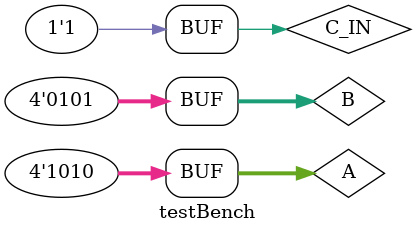
<source format=v>
`timescale 1ns / 1ps

//when creatnig a simulation source within the design sources, it goes into the currently instantiates simulation alongside the design source scripts
//run a behavioural simulation
module testBench; //no inputs cuz were not calling it heheheha

//instantiate registers
reg [3:0] A,B;
reg C_IN; //convention to have capitalized registers?? idk ask moore or yantho

//the wires represent constants(eq to logisim i mean)
wire [3:0] SUM;
wire C_OUT;

fulladd4 FBADD (SUM, C_OUT, A, B, C_IN);

initial //__init__ lol
begin //i would look into what each of these individually do but you know me by now youre me why am i talking to myself not exactly sure its only like 1:30
$monitor ($time, " A= %b, B = %b, C_IN = %b, C_OUT = %b, SUM = %b\n", A, B, C_IN, C_OUT, SUM); //iayevengeoncap idk wtf is goin on here i mean i understand the fucking \n thats about it
// i think %b is blank but like mf what yk j pu
end //so theyre just serial begins and ends then endcase

initial
begin
//you should loop through and make a proper truth table future me
A = 4'd0; B = 4'd0; C_IN = 1'b0; //syntax for registers are BITAMOUNT'(d for decimal, b for binary)(num)

//gonna keep carry in as 0 for the whole thing, dont need to redifine
#3 //delay 3 time units not sure what it is tbh
A = 4'd3; B = 4'd9;
#3 //delay 3 time units not sure what it is tbh
A = 4'd10; B = 4'd15;
#3 //delay 3 time units not sure what it is tbh
A = 4'd10; B = 4'd5; C_IN = 1'b1;

end

endmodule

</source>
